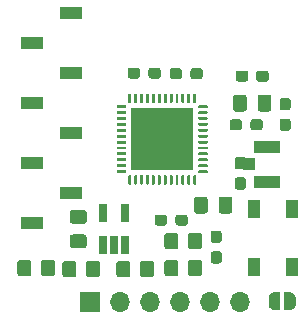
<source format=gbr>
%TF.GenerationSoftware,KiCad,Pcbnew,(5.1.9)-1*%
%TF.CreationDate,2021-06-07T11:13:51+02:00*%
%TF.ProjectId,esp32PicoD4,65737033-3250-4696-936f-44342e6b6963,rev?*%
%TF.SameCoordinates,Original*%
%TF.FileFunction,Soldermask,Top*%
%TF.FilePolarity,Negative*%
%FSLAX46Y46*%
G04 Gerber Fmt 4.6, Leading zero omitted, Abs format (unit mm)*
G04 Created by KiCad (PCBNEW (5.1.9)-1) date 2021-06-07 11:13:51*
%MOMM*%
%LPD*%
G01*
G04 APERTURE LIST*
%ADD10R,2.200000X1.050000*%
%ADD11R,1.050000X1.000000*%
%ADD12C,0.100000*%
%ADD13R,1.000000X1.500000*%
%ADD14O,1.700000X1.700000*%
%ADD15R,1.700000X1.700000*%
%ADD16R,5.300000X5.300000*%
%ADD17R,0.650000X1.560000*%
%ADD18R,1.900000X1.000000*%
G04 APERTURE END LIST*
%TO.C,R3*%
G36*
G01*
X205328000Y-87409500D02*
X205328000Y-86934500D01*
G75*
G02*
X205565500Y-86697000I237500J0D01*
G01*
X206140500Y-86697000D01*
G75*
G02*
X206378000Y-86934500I0J-237500D01*
G01*
X206378000Y-87409500D01*
G75*
G02*
X206140500Y-87647000I-237500J0D01*
G01*
X205565500Y-87647000D01*
G75*
G02*
X205328000Y-87409500I0J237500D01*
G01*
G37*
G36*
G01*
X203578000Y-87409500D02*
X203578000Y-86934500D01*
G75*
G02*
X203815500Y-86697000I237500J0D01*
G01*
X204390500Y-86697000D01*
G75*
G02*
X204628000Y-86934500I0J-237500D01*
G01*
X204628000Y-87409500D01*
G75*
G02*
X204390500Y-87647000I-237500J0D01*
G01*
X203815500Y-87647000D01*
G75*
G02*
X203578000Y-87409500I0J237500D01*
G01*
G37*
%TD*%
D10*
%TO.C,AE1*%
X206723000Y-89049000D03*
D11*
X205198000Y-90524000D03*
D10*
X206723000Y-91999000D03*
%TD*%
D12*
%TO.C,B1*%
G36*
X208676000Y-101358602D02*
G01*
X208700534Y-101358602D01*
X208749365Y-101363412D01*
X208797490Y-101372984D01*
X208844445Y-101387228D01*
X208889778Y-101406005D01*
X208933051Y-101429136D01*
X208973850Y-101456396D01*
X209011779Y-101487524D01*
X209046476Y-101522221D01*
X209077604Y-101560150D01*
X209104864Y-101600949D01*
X209127995Y-101644222D01*
X209146772Y-101689555D01*
X209161016Y-101736510D01*
X209170588Y-101784635D01*
X209175398Y-101833466D01*
X209175398Y-101858000D01*
X209176000Y-101858000D01*
X209176000Y-102358000D01*
X209175398Y-102358000D01*
X209175398Y-102382534D01*
X209170588Y-102431365D01*
X209161016Y-102479490D01*
X209146772Y-102526445D01*
X209127995Y-102571778D01*
X209104864Y-102615051D01*
X209077604Y-102655850D01*
X209046476Y-102693779D01*
X209011779Y-102728476D01*
X208973850Y-102759604D01*
X208933051Y-102786864D01*
X208889778Y-102809995D01*
X208844445Y-102828772D01*
X208797490Y-102843016D01*
X208749365Y-102852588D01*
X208700534Y-102857398D01*
X208676000Y-102857398D01*
X208676000Y-102858000D01*
X208176000Y-102858000D01*
X208176000Y-101358000D01*
X208676000Y-101358000D01*
X208676000Y-101358602D01*
G37*
G36*
X207876000Y-102858000D02*
G01*
X207376000Y-102858000D01*
X207376000Y-102857398D01*
X207351466Y-102857398D01*
X207302635Y-102852588D01*
X207254510Y-102843016D01*
X207207555Y-102828772D01*
X207162222Y-102809995D01*
X207118949Y-102786864D01*
X207078150Y-102759604D01*
X207040221Y-102728476D01*
X207005524Y-102693779D01*
X206974396Y-102655850D01*
X206947136Y-102615051D01*
X206924005Y-102571778D01*
X206905228Y-102526445D01*
X206890984Y-102479490D01*
X206881412Y-102431365D01*
X206876602Y-102382534D01*
X206876602Y-102358000D01*
X206876000Y-102358000D01*
X206876000Y-101858000D01*
X206876602Y-101858000D01*
X206876602Y-101833466D01*
X206881412Y-101784635D01*
X206890984Y-101736510D01*
X206905228Y-101689555D01*
X206924005Y-101644222D01*
X206947136Y-101600949D01*
X206974396Y-101560150D01*
X207005524Y-101522221D01*
X207040221Y-101487524D01*
X207078150Y-101456396D01*
X207118949Y-101429136D01*
X207162222Y-101406005D01*
X207207555Y-101387228D01*
X207254510Y-101372984D01*
X207302635Y-101363412D01*
X207351466Y-101358602D01*
X207376000Y-101358602D01*
X207376000Y-101358000D01*
X207876000Y-101358000D01*
X207876000Y-102858000D01*
G37*
%TD*%
%TO.C,C1*%
G36*
G01*
X190279000Y-96462000D02*
X191229000Y-96462000D01*
G75*
G02*
X191479000Y-96712000I0J-250000D01*
G01*
X191479000Y-97387000D01*
G75*
G02*
X191229000Y-97637000I-250000J0D01*
G01*
X190279000Y-97637000D01*
G75*
G02*
X190029000Y-97387000I0J250000D01*
G01*
X190029000Y-96712000D01*
G75*
G02*
X190279000Y-96462000I250000J0D01*
G01*
G37*
G36*
G01*
X190279000Y-94387000D02*
X191229000Y-94387000D01*
G75*
G02*
X191479000Y-94637000I0J-250000D01*
G01*
X191479000Y-95312000D01*
G75*
G02*
X191229000Y-95562000I-250000J0D01*
G01*
X190279000Y-95562000D01*
G75*
G02*
X190029000Y-95312000I0J250000D01*
G01*
X190029000Y-94637000D01*
G75*
G02*
X190279000Y-94387000I250000J0D01*
G01*
G37*
%TD*%
%TO.C,L6*%
G36*
G01*
X208042500Y-86650000D02*
X208517500Y-86650000D01*
G75*
G02*
X208755000Y-86887500I0J-237500D01*
G01*
X208755000Y-87462500D01*
G75*
G02*
X208517500Y-87700000I-237500J0D01*
G01*
X208042500Y-87700000D01*
G75*
G02*
X207805000Y-87462500I0J237500D01*
G01*
X207805000Y-86887500D01*
G75*
G02*
X208042500Y-86650000I237500J0D01*
G01*
G37*
G36*
G01*
X208042500Y-84900000D02*
X208517500Y-84900000D01*
G75*
G02*
X208755000Y-85137500I0J-237500D01*
G01*
X208755000Y-85712500D01*
G75*
G02*
X208517500Y-85950000I-237500J0D01*
G01*
X208042500Y-85950000D01*
G75*
G02*
X207805000Y-85712500I0J237500D01*
G01*
X207805000Y-85137500D01*
G75*
G02*
X208042500Y-84900000I237500J0D01*
G01*
G37*
%TD*%
%TO.C,C8*%
G36*
G01*
X204232500Y-91611000D02*
X204707500Y-91611000D01*
G75*
G02*
X204945000Y-91848500I0J-237500D01*
G01*
X204945000Y-92448500D01*
G75*
G02*
X204707500Y-92686000I-237500J0D01*
G01*
X204232500Y-92686000D01*
G75*
G02*
X203995000Y-92448500I0J237500D01*
G01*
X203995000Y-91848500D01*
G75*
G02*
X204232500Y-91611000I237500J0D01*
G01*
G37*
G36*
G01*
X204232500Y-89886000D02*
X204707500Y-89886000D01*
G75*
G02*
X204945000Y-90123500I0J-237500D01*
G01*
X204945000Y-90723500D01*
G75*
G02*
X204707500Y-90961000I-237500J0D01*
G01*
X204232500Y-90961000D01*
G75*
G02*
X203995000Y-90723500I0J237500D01*
G01*
X203995000Y-90123500D01*
G75*
G02*
X204232500Y-89886000I237500J0D01*
G01*
G37*
%TD*%
%TO.C,C7*%
G36*
G01*
X205811000Y-83295500D02*
X205811000Y-82820500D01*
G75*
G02*
X206048500Y-82583000I237500J0D01*
G01*
X206648500Y-82583000D01*
G75*
G02*
X206886000Y-82820500I0J-237500D01*
G01*
X206886000Y-83295500D01*
G75*
G02*
X206648500Y-83533000I-237500J0D01*
G01*
X206048500Y-83533000D01*
G75*
G02*
X205811000Y-83295500I0J237500D01*
G01*
G37*
G36*
G01*
X204086000Y-83295500D02*
X204086000Y-82820500D01*
G75*
G02*
X204323500Y-82583000I237500J0D01*
G01*
X204923500Y-82583000D01*
G75*
G02*
X205161000Y-82820500I0J-237500D01*
G01*
X205161000Y-83295500D01*
G75*
G02*
X204923500Y-83533000I-237500J0D01*
G01*
X204323500Y-83533000D01*
G75*
G02*
X204086000Y-83295500I0J237500D01*
G01*
G37*
%TD*%
D13*
%TO.C,D8*%
X208864000Y-94324000D03*
X205664000Y-94324000D03*
X208864000Y-99224000D03*
X205664000Y-99224000D03*
%TD*%
%TO.C,R1*%
G36*
G01*
X200248000Y-83087500D02*
X200248000Y-82612500D01*
G75*
G02*
X200485500Y-82375000I237500J0D01*
G01*
X201060500Y-82375000D01*
G75*
G02*
X201298000Y-82612500I0J-237500D01*
G01*
X201298000Y-83087500D01*
G75*
G02*
X201060500Y-83325000I-237500J0D01*
G01*
X200485500Y-83325000D01*
G75*
G02*
X200248000Y-83087500I0J237500D01*
G01*
G37*
G36*
G01*
X198498000Y-83087500D02*
X198498000Y-82612500D01*
G75*
G02*
X198735500Y-82375000I237500J0D01*
G01*
X199310500Y-82375000D01*
G75*
G02*
X199548000Y-82612500I0J-237500D01*
G01*
X199548000Y-83087500D01*
G75*
G02*
X199310500Y-83325000I-237500J0D01*
G01*
X198735500Y-83325000D01*
G75*
G02*
X198498000Y-83087500I0J237500D01*
G01*
G37*
%TD*%
%TO.C,R8*%
G36*
G01*
X199244000Y-98863999D02*
X199244000Y-99764001D01*
G75*
G02*
X198994001Y-100014000I-249999J0D01*
G01*
X198293999Y-100014000D01*
G75*
G02*
X198044000Y-99764001I0J249999D01*
G01*
X198044000Y-98863999D01*
G75*
G02*
X198293999Y-98614000I249999J0D01*
G01*
X198994001Y-98614000D01*
G75*
G02*
X199244000Y-98863999I0J-249999D01*
G01*
G37*
G36*
G01*
X201244000Y-98863999D02*
X201244000Y-99764001D01*
G75*
G02*
X200994001Y-100014000I-249999J0D01*
G01*
X200293999Y-100014000D01*
G75*
G02*
X200044000Y-99764001I0J249999D01*
G01*
X200044000Y-98863999D01*
G75*
G02*
X200293999Y-98614000I249999J0D01*
G01*
X200994001Y-98614000D01*
G75*
G02*
X201244000Y-98863999I0J-249999D01*
G01*
G37*
%TD*%
%TO.C,R7*%
G36*
G01*
X199244000Y-96577999D02*
X199244000Y-97478001D01*
G75*
G02*
X198994001Y-97728000I-249999J0D01*
G01*
X198293999Y-97728000D01*
G75*
G02*
X198044000Y-97478001I0J249999D01*
G01*
X198044000Y-96577999D01*
G75*
G02*
X198293999Y-96328000I249999J0D01*
G01*
X198994001Y-96328000D01*
G75*
G02*
X199244000Y-96577999I0J-249999D01*
G01*
G37*
G36*
G01*
X201244000Y-96577999D02*
X201244000Y-97478001D01*
G75*
G02*
X200994001Y-97728000I-249999J0D01*
G01*
X200293999Y-97728000D01*
G75*
G02*
X200044000Y-97478001I0J249999D01*
G01*
X200044000Y-96577999D01*
G75*
G02*
X200293999Y-96328000I249999J0D01*
G01*
X200994001Y-96328000D01*
G75*
G02*
X201244000Y-96577999I0J-249999D01*
G01*
G37*
%TD*%
%TO.C,RX1*%
G36*
G01*
X202675500Y-97186000D02*
X202200500Y-97186000D01*
G75*
G02*
X201963000Y-96948500I0J237500D01*
G01*
X201963000Y-96373500D01*
G75*
G02*
X202200500Y-96136000I237500J0D01*
G01*
X202675500Y-96136000D01*
G75*
G02*
X202913000Y-96373500I0J-237500D01*
G01*
X202913000Y-96948500D01*
G75*
G02*
X202675500Y-97186000I-237500J0D01*
G01*
G37*
G36*
G01*
X202675500Y-98936000D02*
X202200500Y-98936000D01*
G75*
G02*
X201963000Y-98698500I0J237500D01*
G01*
X201963000Y-98123500D01*
G75*
G02*
X202200500Y-97886000I237500J0D01*
G01*
X202675500Y-97886000D01*
G75*
G02*
X202913000Y-98123500I0J-237500D01*
G01*
X202913000Y-98698500D01*
G75*
G02*
X202675500Y-98936000I-237500J0D01*
G01*
G37*
%TD*%
%TO.C,TX1*%
G36*
G01*
X198278000Y-95012500D02*
X198278000Y-95487500D01*
G75*
G02*
X198040500Y-95725000I-237500J0D01*
G01*
X197465500Y-95725000D01*
G75*
G02*
X197228000Y-95487500I0J237500D01*
G01*
X197228000Y-95012500D01*
G75*
G02*
X197465500Y-94775000I237500J0D01*
G01*
X198040500Y-94775000D01*
G75*
G02*
X198278000Y-95012500I0J-237500D01*
G01*
G37*
G36*
G01*
X200028000Y-95012500D02*
X200028000Y-95487500D01*
G75*
G02*
X199790500Y-95725000I-237500J0D01*
G01*
X199215500Y-95725000D01*
G75*
G02*
X198978000Y-95487500I0J237500D01*
G01*
X198978000Y-95012500D01*
G75*
G02*
X199215500Y-94775000I237500J0D01*
G01*
X199790500Y-94775000D01*
G75*
G02*
X200028000Y-95012500I0J-237500D01*
G01*
G37*
%TD*%
D14*
%TO.C,J1*%
X204470000Y-102208000D03*
X201930000Y-102208000D03*
X199390000Y-102208000D03*
X196850000Y-102208000D03*
X194310000Y-102208000D03*
D15*
X191770000Y-102208000D03*
%TD*%
%TO.C,R5*%
G36*
G01*
X195980000Y-99850001D02*
X195980000Y-98949999D01*
G75*
G02*
X196229999Y-98700000I249999J0D01*
G01*
X196930001Y-98700000D01*
G75*
G02*
X197180000Y-98949999I0J-249999D01*
G01*
X197180000Y-99850001D01*
G75*
G02*
X196930001Y-100100000I-249999J0D01*
G01*
X196229999Y-100100000D01*
G75*
G02*
X195980000Y-99850001I0J249999D01*
G01*
G37*
G36*
G01*
X193980000Y-99850001D02*
X193980000Y-98949999D01*
G75*
G02*
X194229999Y-98700000I249999J0D01*
G01*
X194930001Y-98700000D01*
G75*
G02*
X195180000Y-98949999I0J-249999D01*
G01*
X195180000Y-99850001D01*
G75*
G02*
X194930001Y-100100000I-249999J0D01*
G01*
X194229999Y-100100000D01*
G75*
G02*
X193980000Y-99850001I0J249999D01*
G01*
G37*
%TD*%
%TO.C,R2*%
G36*
G01*
X190608000Y-98949999D02*
X190608000Y-99850001D01*
G75*
G02*
X190358001Y-100100000I-249999J0D01*
G01*
X189657999Y-100100000D01*
G75*
G02*
X189408000Y-99850001I0J249999D01*
G01*
X189408000Y-98949999D01*
G75*
G02*
X189657999Y-98700000I249999J0D01*
G01*
X190358001Y-98700000D01*
G75*
G02*
X190608000Y-98949999I0J-249999D01*
G01*
G37*
G36*
G01*
X192608000Y-98949999D02*
X192608000Y-99850001D01*
G75*
G02*
X192358001Y-100100000I-249999J0D01*
G01*
X191657999Y-100100000D01*
G75*
G02*
X191408000Y-99850001I0J249999D01*
G01*
X191408000Y-98949999D01*
G75*
G02*
X191657999Y-98700000I249999J0D01*
G01*
X192358001Y-98700000D01*
G75*
G02*
X192608000Y-98949999I0J-249999D01*
G01*
G37*
%TD*%
%TO.C,R6*%
G36*
G01*
X186798000Y-98863999D02*
X186798000Y-99764001D01*
G75*
G02*
X186548001Y-100014000I-249999J0D01*
G01*
X185847999Y-100014000D01*
G75*
G02*
X185598000Y-99764001I0J249999D01*
G01*
X185598000Y-98863999D01*
G75*
G02*
X185847999Y-98614000I249999J0D01*
G01*
X186548001Y-98614000D01*
G75*
G02*
X186798000Y-98863999I0J-249999D01*
G01*
G37*
G36*
G01*
X188798000Y-98863999D02*
X188798000Y-99764001D01*
G75*
G02*
X188548001Y-100014000I-249999J0D01*
G01*
X187847999Y-100014000D01*
G75*
G02*
X187598000Y-99764001I0J249999D01*
G01*
X187598000Y-98863999D01*
G75*
G02*
X187847999Y-98614000I249999J0D01*
G01*
X188548001Y-98614000D01*
G75*
G02*
X188798000Y-98863999I0J-249999D01*
G01*
G37*
%TD*%
%TO.C,C11*%
G36*
G01*
X202634000Y-94455000D02*
X202634000Y-93505000D01*
G75*
G02*
X202884000Y-93255000I250000J0D01*
G01*
X203559000Y-93255000D01*
G75*
G02*
X203809000Y-93505000I0J-250000D01*
G01*
X203809000Y-94455000D01*
G75*
G02*
X203559000Y-94705000I-250000J0D01*
G01*
X202884000Y-94705000D01*
G75*
G02*
X202634000Y-94455000I0J250000D01*
G01*
G37*
G36*
G01*
X200559000Y-94455000D02*
X200559000Y-93505000D01*
G75*
G02*
X200809000Y-93255000I250000J0D01*
G01*
X201484000Y-93255000D01*
G75*
G02*
X201734000Y-93505000I0J-250000D01*
G01*
X201734000Y-94455000D01*
G75*
G02*
X201484000Y-94705000I-250000J0D01*
G01*
X200809000Y-94705000D01*
G75*
G02*
X200559000Y-94455000I0J250000D01*
G01*
G37*
%TD*%
%TO.C,C4*%
G36*
G01*
X205936000Y-85819000D02*
X205936000Y-84869000D01*
G75*
G02*
X206186000Y-84619000I250000J0D01*
G01*
X206861000Y-84619000D01*
G75*
G02*
X207111000Y-84869000I0J-250000D01*
G01*
X207111000Y-85819000D01*
G75*
G02*
X206861000Y-86069000I-250000J0D01*
G01*
X206186000Y-86069000D01*
G75*
G02*
X205936000Y-85819000I0J250000D01*
G01*
G37*
G36*
G01*
X203861000Y-85819000D02*
X203861000Y-84869000D01*
G75*
G02*
X204111000Y-84619000I250000J0D01*
G01*
X204786000Y-84619000D01*
G75*
G02*
X205036000Y-84869000I0J-250000D01*
G01*
X205036000Y-85819000D01*
G75*
G02*
X204786000Y-86069000I-250000J0D01*
G01*
X204111000Y-86069000D01*
G75*
G02*
X203861000Y-85819000I0J250000D01*
G01*
G37*
%TD*%
D16*
%TO.C,U2*%
X197866000Y-88392000D03*
G36*
G01*
X200741000Y-91504500D02*
X200741000Y-92179500D01*
G75*
G02*
X200678500Y-92242000I-62500J0D01*
G01*
X200553500Y-92242000D01*
G75*
G02*
X200491000Y-92179500I0J62500D01*
G01*
X200491000Y-91504500D01*
G75*
G02*
X200553500Y-91442000I62500J0D01*
G01*
X200678500Y-91442000D01*
G75*
G02*
X200741000Y-91504500I0J-62500D01*
G01*
G37*
G36*
G01*
X200241000Y-91504500D02*
X200241000Y-92179500D01*
G75*
G02*
X200178500Y-92242000I-62500J0D01*
G01*
X200053500Y-92242000D01*
G75*
G02*
X199991000Y-92179500I0J62500D01*
G01*
X199991000Y-91504500D01*
G75*
G02*
X200053500Y-91442000I62500J0D01*
G01*
X200178500Y-91442000D01*
G75*
G02*
X200241000Y-91504500I0J-62500D01*
G01*
G37*
G36*
G01*
X199741000Y-91504500D02*
X199741000Y-92179500D01*
G75*
G02*
X199678500Y-92242000I-62500J0D01*
G01*
X199553500Y-92242000D01*
G75*
G02*
X199491000Y-92179500I0J62500D01*
G01*
X199491000Y-91504500D01*
G75*
G02*
X199553500Y-91442000I62500J0D01*
G01*
X199678500Y-91442000D01*
G75*
G02*
X199741000Y-91504500I0J-62500D01*
G01*
G37*
G36*
G01*
X199241000Y-91504500D02*
X199241000Y-92179500D01*
G75*
G02*
X199178500Y-92242000I-62500J0D01*
G01*
X199053500Y-92242000D01*
G75*
G02*
X198991000Y-92179500I0J62500D01*
G01*
X198991000Y-91504500D01*
G75*
G02*
X199053500Y-91442000I62500J0D01*
G01*
X199178500Y-91442000D01*
G75*
G02*
X199241000Y-91504500I0J-62500D01*
G01*
G37*
G36*
G01*
X198741000Y-91504500D02*
X198741000Y-92179500D01*
G75*
G02*
X198678500Y-92242000I-62500J0D01*
G01*
X198553500Y-92242000D01*
G75*
G02*
X198491000Y-92179500I0J62500D01*
G01*
X198491000Y-91504500D01*
G75*
G02*
X198553500Y-91442000I62500J0D01*
G01*
X198678500Y-91442000D01*
G75*
G02*
X198741000Y-91504500I0J-62500D01*
G01*
G37*
G36*
G01*
X198241000Y-91504500D02*
X198241000Y-92179500D01*
G75*
G02*
X198178500Y-92242000I-62500J0D01*
G01*
X198053500Y-92242000D01*
G75*
G02*
X197991000Y-92179500I0J62500D01*
G01*
X197991000Y-91504500D01*
G75*
G02*
X198053500Y-91442000I62500J0D01*
G01*
X198178500Y-91442000D01*
G75*
G02*
X198241000Y-91504500I0J-62500D01*
G01*
G37*
G36*
G01*
X197741000Y-91504500D02*
X197741000Y-92179500D01*
G75*
G02*
X197678500Y-92242000I-62500J0D01*
G01*
X197553500Y-92242000D01*
G75*
G02*
X197491000Y-92179500I0J62500D01*
G01*
X197491000Y-91504500D01*
G75*
G02*
X197553500Y-91442000I62500J0D01*
G01*
X197678500Y-91442000D01*
G75*
G02*
X197741000Y-91504500I0J-62500D01*
G01*
G37*
G36*
G01*
X197241000Y-91504500D02*
X197241000Y-92179500D01*
G75*
G02*
X197178500Y-92242000I-62500J0D01*
G01*
X197053500Y-92242000D01*
G75*
G02*
X196991000Y-92179500I0J62500D01*
G01*
X196991000Y-91504500D01*
G75*
G02*
X197053500Y-91442000I62500J0D01*
G01*
X197178500Y-91442000D01*
G75*
G02*
X197241000Y-91504500I0J-62500D01*
G01*
G37*
G36*
G01*
X196741000Y-91504500D02*
X196741000Y-92179500D01*
G75*
G02*
X196678500Y-92242000I-62500J0D01*
G01*
X196553500Y-92242000D01*
G75*
G02*
X196491000Y-92179500I0J62500D01*
G01*
X196491000Y-91504500D01*
G75*
G02*
X196553500Y-91442000I62500J0D01*
G01*
X196678500Y-91442000D01*
G75*
G02*
X196741000Y-91504500I0J-62500D01*
G01*
G37*
G36*
G01*
X196241000Y-91504500D02*
X196241000Y-92179500D01*
G75*
G02*
X196178500Y-92242000I-62500J0D01*
G01*
X196053500Y-92242000D01*
G75*
G02*
X195991000Y-92179500I0J62500D01*
G01*
X195991000Y-91504500D01*
G75*
G02*
X196053500Y-91442000I62500J0D01*
G01*
X196178500Y-91442000D01*
G75*
G02*
X196241000Y-91504500I0J-62500D01*
G01*
G37*
G36*
G01*
X195741000Y-91504500D02*
X195741000Y-92179500D01*
G75*
G02*
X195678500Y-92242000I-62500J0D01*
G01*
X195553500Y-92242000D01*
G75*
G02*
X195491000Y-92179500I0J62500D01*
G01*
X195491000Y-91504500D01*
G75*
G02*
X195553500Y-91442000I62500J0D01*
G01*
X195678500Y-91442000D01*
G75*
G02*
X195741000Y-91504500I0J-62500D01*
G01*
G37*
G36*
G01*
X195241000Y-91504500D02*
X195241000Y-92179500D01*
G75*
G02*
X195178500Y-92242000I-62500J0D01*
G01*
X195053500Y-92242000D01*
G75*
G02*
X194991000Y-92179500I0J62500D01*
G01*
X194991000Y-91504500D01*
G75*
G02*
X195053500Y-91442000I62500J0D01*
G01*
X195178500Y-91442000D01*
G75*
G02*
X195241000Y-91504500I0J-62500D01*
G01*
G37*
G36*
G01*
X194816000Y-91079500D02*
X194816000Y-91204500D01*
G75*
G02*
X194753500Y-91267000I-62500J0D01*
G01*
X194078500Y-91267000D01*
G75*
G02*
X194016000Y-91204500I0J62500D01*
G01*
X194016000Y-91079500D01*
G75*
G02*
X194078500Y-91017000I62500J0D01*
G01*
X194753500Y-91017000D01*
G75*
G02*
X194816000Y-91079500I0J-62500D01*
G01*
G37*
G36*
G01*
X194816000Y-90579500D02*
X194816000Y-90704500D01*
G75*
G02*
X194753500Y-90767000I-62500J0D01*
G01*
X194078500Y-90767000D01*
G75*
G02*
X194016000Y-90704500I0J62500D01*
G01*
X194016000Y-90579500D01*
G75*
G02*
X194078500Y-90517000I62500J0D01*
G01*
X194753500Y-90517000D01*
G75*
G02*
X194816000Y-90579500I0J-62500D01*
G01*
G37*
G36*
G01*
X194816000Y-90079500D02*
X194816000Y-90204500D01*
G75*
G02*
X194753500Y-90267000I-62500J0D01*
G01*
X194078500Y-90267000D01*
G75*
G02*
X194016000Y-90204500I0J62500D01*
G01*
X194016000Y-90079500D01*
G75*
G02*
X194078500Y-90017000I62500J0D01*
G01*
X194753500Y-90017000D01*
G75*
G02*
X194816000Y-90079500I0J-62500D01*
G01*
G37*
G36*
G01*
X194816000Y-89579500D02*
X194816000Y-89704500D01*
G75*
G02*
X194753500Y-89767000I-62500J0D01*
G01*
X194078500Y-89767000D01*
G75*
G02*
X194016000Y-89704500I0J62500D01*
G01*
X194016000Y-89579500D01*
G75*
G02*
X194078500Y-89517000I62500J0D01*
G01*
X194753500Y-89517000D01*
G75*
G02*
X194816000Y-89579500I0J-62500D01*
G01*
G37*
G36*
G01*
X194816000Y-89079500D02*
X194816000Y-89204500D01*
G75*
G02*
X194753500Y-89267000I-62500J0D01*
G01*
X194078500Y-89267000D01*
G75*
G02*
X194016000Y-89204500I0J62500D01*
G01*
X194016000Y-89079500D01*
G75*
G02*
X194078500Y-89017000I62500J0D01*
G01*
X194753500Y-89017000D01*
G75*
G02*
X194816000Y-89079500I0J-62500D01*
G01*
G37*
G36*
G01*
X194816000Y-88579500D02*
X194816000Y-88704500D01*
G75*
G02*
X194753500Y-88767000I-62500J0D01*
G01*
X194078500Y-88767000D01*
G75*
G02*
X194016000Y-88704500I0J62500D01*
G01*
X194016000Y-88579500D01*
G75*
G02*
X194078500Y-88517000I62500J0D01*
G01*
X194753500Y-88517000D01*
G75*
G02*
X194816000Y-88579500I0J-62500D01*
G01*
G37*
G36*
G01*
X194816000Y-88079500D02*
X194816000Y-88204500D01*
G75*
G02*
X194753500Y-88267000I-62500J0D01*
G01*
X194078500Y-88267000D01*
G75*
G02*
X194016000Y-88204500I0J62500D01*
G01*
X194016000Y-88079500D01*
G75*
G02*
X194078500Y-88017000I62500J0D01*
G01*
X194753500Y-88017000D01*
G75*
G02*
X194816000Y-88079500I0J-62500D01*
G01*
G37*
G36*
G01*
X194816000Y-87579500D02*
X194816000Y-87704500D01*
G75*
G02*
X194753500Y-87767000I-62500J0D01*
G01*
X194078500Y-87767000D01*
G75*
G02*
X194016000Y-87704500I0J62500D01*
G01*
X194016000Y-87579500D01*
G75*
G02*
X194078500Y-87517000I62500J0D01*
G01*
X194753500Y-87517000D01*
G75*
G02*
X194816000Y-87579500I0J-62500D01*
G01*
G37*
G36*
G01*
X194816000Y-87079500D02*
X194816000Y-87204500D01*
G75*
G02*
X194753500Y-87267000I-62500J0D01*
G01*
X194078500Y-87267000D01*
G75*
G02*
X194016000Y-87204500I0J62500D01*
G01*
X194016000Y-87079500D01*
G75*
G02*
X194078500Y-87017000I62500J0D01*
G01*
X194753500Y-87017000D01*
G75*
G02*
X194816000Y-87079500I0J-62500D01*
G01*
G37*
G36*
G01*
X194816000Y-86579500D02*
X194816000Y-86704500D01*
G75*
G02*
X194753500Y-86767000I-62500J0D01*
G01*
X194078500Y-86767000D01*
G75*
G02*
X194016000Y-86704500I0J62500D01*
G01*
X194016000Y-86579500D01*
G75*
G02*
X194078500Y-86517000I62500J0D01*
G01*
X194753500Y-86517000D01*
G75*
G02*
X194816000Y-86579500I0J-62500D01*
G01*
G37*
G36*
G01*
X194816000Y-86079500D02*
X194816000Y-86204500D01*
G75*
G02*
X194753500Y-86267000I-62500J0D01*
G01*
X194078500Y-86267000D01*
G75*
G02*
X194016000Y-86204500I0J62500D01*
G01*
X194016000Y-86079500D01*
G75*
G02*
X194078500Y-86017000I62500J0D01*
G01*
X194753500Y-86017000D01*
G75*
G02*
X194816000Y-86079500I0J-62500D01*
G01*
G37*
G36*
G01*
X194816000Y-85579500D02*
X194816000Y-85704500D01*
G75*
G02*
X194753500Y-85767000I-62500J0D01*
G01*
X194078500Y-85767000D01*
G75*
G02*
X194016000Y-85704500I0J62500D01*
G01*
X194016000Y-85579500D01*
G75*
G02*
X194078500Y-85517000I62500J0D01*
G01*
X194753500Y-85517000D01*
G75*
G02*
X194816000Y-85579500I0J-62500D01*
G01*
G37*
G36*
G01*
X195241000Y-84604500D02*
X195241000Y-85279500D01*
G75*
G02*
X195178500Y-85342000I-62500J0D01*
G01*
X195053500Y-85342000D01*
G75*
G02*
X194991000Y-85279500I0J62500D01*
G01*
X194991000Y-84604500D01*
G75*
G02*
X195053500Y-84542000I62500J0D01*
G01*
X195178500Y-84542000D01*
G75*
G02*
X195241000Y-84604500I0J-62500D01*
G01*
G37*
G36*
G01*
X195741000Y-84604500D02*
X195741000Y-85279500D01*
G75*
G02*
X195678500Y-85342000I-62500J0D01*
G01*
X195553500Y-85342000D01*
G75*
G02*
X195491000Y-85279500I0J62500D01*
G01*
X195491000Y-84604500D01*
G75*
G02*
X195553500Y-84542000I62500J0D01*
G01*
X195678500Y-84542000D01*
G75*
G02*
X195741000Y-84604500I0J-62500D01*
G01*
G37*
G36*
G01*
X196241000Y-84604500D02*
X196241000Y-85279500D01*
G75*
G02*
X196178500Y-85342000I-62500J0D01*
G01*
X196053500Y-85342000D01*
G75*
G02*
X195991000Y-85279500I0J62500D01*
G01*
X195991000Y-84604500D01*
G75*
G02*
X196053500Y-84542000I62500J0D01*
G01*
X196178500Y-84542000D01*
G75*
G02*
X196241000Y-84604500I0J-62500D01*
G01*
G37*
G36*
G01*
X196741000Y-84604500D02*
X196741000Y-85279500D01*
G75*
G02*
X196678500Y-85342000I-62500J0D01*
G01*
X196553500Y-85342000D01*
G75*
G02*
X196491000Y-85279500I0J62500D01*
G01*
X196491000Y-84604500D01*
G75*
G02*
X196553500Y-84542000I62500J0D01*
G01*
X196678500Y-84542000D01*
G75*
G02*
X196741000Y-84604500I0J-62500D01*
G01*
G37*
G36*
G01*
X197241000Y-84604500D02*
X197241000Y-85279500D01*
G75*
G02*
X197178500Y-85342000I-62500J0D01*
G01*
X197053500Y-85342000D01*
G75*
G02*
X196991000Y-85279500I0J62500D01*
G01*
X196991000Y-84604500D01*
G75*
G02*
X197053500Y-84542000I62500J0D01*
G01*
X197178500Y-84542000D01*
G75*
G02*
X197241000Y-84604500I0J-62500D01*
G01*
G37*
G36*
G01*
X197741000Y-84604500D02*
X197741000Y-85279500D01*
G75*
G02*
X197678500Y-85342000I-62500J0D01*
G01*
X197553500Y-85342000D01*
G75*
G02*
X197491000Y-85279500I0J62500D01*
G01*
X197491000Y-84604500D01*
G75*
G02*
X197553500Y-84542000I62500J0D01*
G01*
X197678500Y-84542000D01*
G75*
G02*
X197741000Y-84604500I0J-62500D01*
G01*
G37*
G36*
G01*
X198241000Y-84604500D02*
X198241000Y-85279500D01*
G75*
G02*
X198178500Y-85342000I-62500J0D01*
G01*
X198053500Y-85342000D01*
G75*
G02*
X197991000Y-85279500I0J62500D01*
G01*
X197991000Y-84604500D01*
G75*
G02*
X198053500Y-84542000I62500J0D01*
G01*
X198178500Y-84542000D01*
G75*
G02*
X198241000Y-84604500I0J-62500D01*
G01*
G37*
G36*
G01*
X198741000Y-84604500D02*
X198741000Y-85279500D01*
G75*
G02*
X198678500Y-85342000I-62500J0D01*
G01*
X198553500Y-85342000D01*
G75*
G02*
X198491000Y-85279500I0J62500D01*
G01*
X198491000Y-84604500D01*
G75*
G02*
X198553500Y-84542000I62500J0D01*
G01*
X198678500Y-84542000D01*
G75*
G02*
X198741000Y-84604500I0J-62500D01*
G01*
G37*
G36*
G01*
X199241000Y-84604500D02*
X199241000Y-85279500D01*
G75*
G02*
X199178500Y-85342000I-62500J0D01*
G01*
X199053500Y-85342000D01*
G75*
G02*
X198991000Y-85279500I0J62500D01*
G01*
X198991000Y-84604500D01*
G75*
G02*
X199053500Y-84542000I62500J0D01*
G01*
X199178500Y-84542000D01*
G75*
G02*
X199241000Y-84604500I0J-62500D01*
G01*
G37*
G36*
G01*
X199741000Y-84604500D02*
X199741000Y-85279500D01*
G75*
G02*
X199678500Y-85342000I-62500J0D01*
G01*
X199553500Y-85342000D01*
G75*
G02*
X199491000Y-85279500I0J62500D01*
G01*
X199491000Y-84604500D01*
G75*
G02*
X199553500Y-84542000I62500J0D01*
G01*
X199678500Y-84542000D01*
G75*
G02*
X199741000Y-84604500I0J-62500D01*
G01*
G37*
G36*
G01*
X200241000Y-84604500D02*
X200241000Y-85279500D01*
G75*
G02*
X200178500Y-85342000I-62500J0D01*
G01*
X200053500Y-85342000D01*
G75*
G02*
X199991000Y-85279500I0J62500D01*
G01*
X199991000Y-84604500D01*
G75*
G02*
X200053500Y-84542000I62500J0D01*
G01*
X200178500Y-84542000D01*
G75*
G02*
X200241000Y-84604500I0J-62500D01*
G01*
G37*
G36*
G01*
X200741000Y-84604500D02*
X200741000Y-85279500D01*
G75*
G02*
X200678500Y-85342000I-62500J0D01*
G01*
X200553500Y-85342000D01*
G75*
G02*
X200491000Y-85279500I0J62500D01*
G01*
X200491000Y-84604500D01*
G75*
G02*
X200553500Y-84542000I62500J0D01*
G01*
X200678500Y-84542000D01*
G75*
G02*
X200741000Y-84604500I0J-62500D01*
G01*
G37*
G36*
G01*
X201716000Y-85579500D02*
X201716000Y-85704500D01*
G75*
G02*
X201653500Y-85767000I-62500J0D01*
G01*
X200978500Y-85767000D01*
G75*
G02*
X200916000Y-85704500I0J62500D01*
G01*
X200916000Y-85579500D01*
G75*
G02*
X200978500Y-85517000I62500J0D01*
G01*
X201653500Y-85517000D01*
G75*
G02*
X201716000Y-85579500I0J-62500D01*
G01*
G37*
G36*
G01*
X201716000Y-86079500D02*
X201716000Y-86204500D01*
G75*
G02*
X201653500Y-86267000I-62500J0D01*
G01*
X200978500Y-86267000D01*
G75*
G02*
X200916000Y-86204500I0J62500D01*
G01*
X200916000Y-86079500D01*
G75*
G02*
X200978500Y-86017000I62500J0D01*
G01*
X201653500Y-86017000D01*
G75*
G02*
X201716000Y-86079500I0J-62500D01*
G01*
G37*
G36*
G01*
X201716000Y-86579500D02*
X201716000Y-86704500D01*
G75*
G02*
X201653500Y-86767000I-62500J0D01*
G01*
X200978500Y-86767000D01*
G75*
G02*
X200916000Y-86704500I0J62500D01*
G01*
X200916000Y-86579500D01*
G75*
G02*
X200978500Y-86517000I62500J0D01*
G01*
X201653500Y-86517000D01*
G75*
G02*
X201716000Y-86579500I0J-62500D01*
G01*
G37*
G36*
G01*
X201716000Y-87079500D02*
X201716000Y-87204500D01*
G75*
G02*
X201653500Y-87267000I-62500J0D01*
G01*
X200978500Y-87267000D01*
G75*
G02*
X200916000Y-87204500I0J62500D01*
G01*
X200916000Y-87079500D01*
G75*
G02*
X200978500Y-87017000I62500J0D01*
G01*
X201653500Y-87017000D01*
G75*
G02*
X201716000Y-87079500I0J-62500D01*
G01*
G37*
G36*
G01*
X201716000Y-87579500D02*
X201716000Y-87704500D01*
G75*
G02*
X201653500Y-87767000I-62500J0D01*
G01*
X200978500Y-87767000D01*
G75*
G02*
X200916000Y-87704500I0J62500D01*
G01*
X200916000Y-87579500D01*
G75*
G02*
X200978500Y-87517000I62500J0D01*
G01*
X201653500Y-87517000D01*
G75*
G02*
X201716000Y-87579500I0J-62500D01*
G01*
G37*
G36*
G01*
X201716000Y-88079500D02*
X201716000Y-88204500D01*
G75*
G02*
X201653500Y-88267000I-62500J0D01*
G01*
X200978500Y-88267000D01*
G75*
G02*
X200916000Y-88204500I0J62500D01*
G01*
X200916000Y-88079500D01*
G75*
G02*
X200978500Y-88017000I62500J0D01*
G01*
X201653500Y-88017000D01*
G75*
G02*
X201716000Y-88079500I0J-62500D01*
G01*
G37*
G36*
G01*
X201716000Y-88579500D02*
X201716000Y-88704500D01*
G75*
G02*
X201653500Y-88767000I-62500J0D01*
G01*
X200978500Y-88767000D01*
G75*
G02*
X200916000Y-88704500I0J62500D01*
G01*
X200916000Y-88579500D01*
G75*
G02*
X200978500Y-88517000I62500J0D01*
G01*
X201653500Y-88517000D01*
G75*
G02*
X201716000Y-88579500I0J-62500D01*
G01*
G37*
G36*
G01*
X201716000Y-89079500D02*
X201716000Y-89204500D01*
G75*
G02*
X201653500Y-89267000I-62500J0D01*
G01*
X200978500Y-89267000D01*
G75*
G02*
X200916000Y-89204500I0J62500D01*
G01*
X200916000Y-89079500D01*
G75*
G02*
X200978500Y-89017000I62500J0D01*
G01*
X201653500Y-89017000D01*
G75*
G02*
X201716000Y-89079500I0J-62500D01*
G01*
G37*
G36*
G01*
X201716000Y-89579500D02*
X201716000Y-89704500D01*
G75*
G02*
X201653500Y-89767000I-62500J0D01*
G01*
X200978500Y-89767000D01*
G75*
G02*
X200916000Y-89704500I0J62500D01*
G01*
X200916000Y-89579500D01*
G75*
G02*
X200978500Y-89517000I62500J0D01*
G01*
X201653500Y-89517000D01*
G75*
G02*
X201716000Y-89579500I0J-62500D01*
G01*
G37*
G36*
G01*
X201716000Y-90079500D02*
X201716000Y-90204500D01*
G75*
G02*
X201653500Y-90267000I-62500J0D01*
G01*
X200978500Y-90267000D01*
G75*
G02*
X200916000Y-90204500I0J62500D01*
G01*
X200916000Y-90079500D01*
G75*
G02*
X200978500Y-90017000I62500J0D01*
G01*
X201653500Y-90017000D01*
G75*
G02*
X201716000Y-90079500I0J-62500D01*
G01*
G37*
G36*
G01*
X201716000Y-90579500D02*
X201716000Y-90704500D01*
G75*
G02*
X201653500Y-90767000I-62500J0D01*
G01*
X200978500Y-90767000D01*
G75*
G02*
X200916000Y-90704500I0J62500D01*
G01*
X200916000Y-90579500D01*
G75*
G02*
X200978500Y-90517000I62500J0D01*
G01*
X201653500Y-90517000D01*
G75*
G02*
X201716000Y-90579500I0J-62500D01*
G01*
G37*
G36*
G01*
X201716000Y-91079500D02*
X201716000Y-91204500D01*
G75*
G02*
X201653500Y-91267000I-62500J0D01*
G01*
X200978500Y-91267000D01*
G75*
G02*
X200916000Y-91204500I0J62500D01*
G01*
X200916000Y-91079500D01*
G75*
G02*
X200978500Y-91017000I62500J0D01*
G01*
X201653500Y-91017000D01*
G75*
G02*
X201716000Y-91079500I0J-62500D01*
G01*
G37*
%TD*%
D17*
%TO.C,U1*%
X192852000Y-94650000D03*
X194752000Y-94650000D03*
X194752000Y-97350000D03*
X193802000Y-97350000D03*
X192852000Y-97350000D03*
%TD*%
D18*
%TO.C,J3*%
X190118000Y-92964000D03*
X190118000Y-87884000D03*
X190118000Y-82804000D03*
X190118000Y-77724000D03*
X186818000Y-95504000D03*
X186818000Y-90424000D03*
X186818000Y-85344000D03*
X186818000Y-80264000D03*
%TD*%
%TO.C,D9*%
G36*
G01*
X195992000Y-82566500D02*
X195992000Y-83041500D01*
G75*
G02*
X195754500Y-83279000I-237500J0D01*
G01*
X195179500Y-83279000D01*
G75*
G02*
X194942000Y-83041500I0J237500D01*
G01*
X194942000Y-82566500D01*
G75*
G02*
X195179500Y-82329000I237500J0D01*
G01*
X195754500Y-82329000D01*
G75*
G02*
X195992000Y-82566500I0J-237500D01*
G01*
G37*
G36*
G01*
X197742000Y-82566500D02*
X197742000Y-83041500D01*
G75*
G02*
X197504500Y-83279000I-237500J0D01*
G01*
X196929500Y-83279000D01*
G75*
G02*
X196692000Y-83041500I0J237500D01*
G01*
X196692000Y-82566500D01*
G75*
G02*
X196929500Y-82329000I237500J0D01*
G01*
X197504500Y-82329000D01*
G75*
G02*
X197742000Y-82566500I0J-237500D01*
G01*
G37*
%TD*%
M02*

</source>
